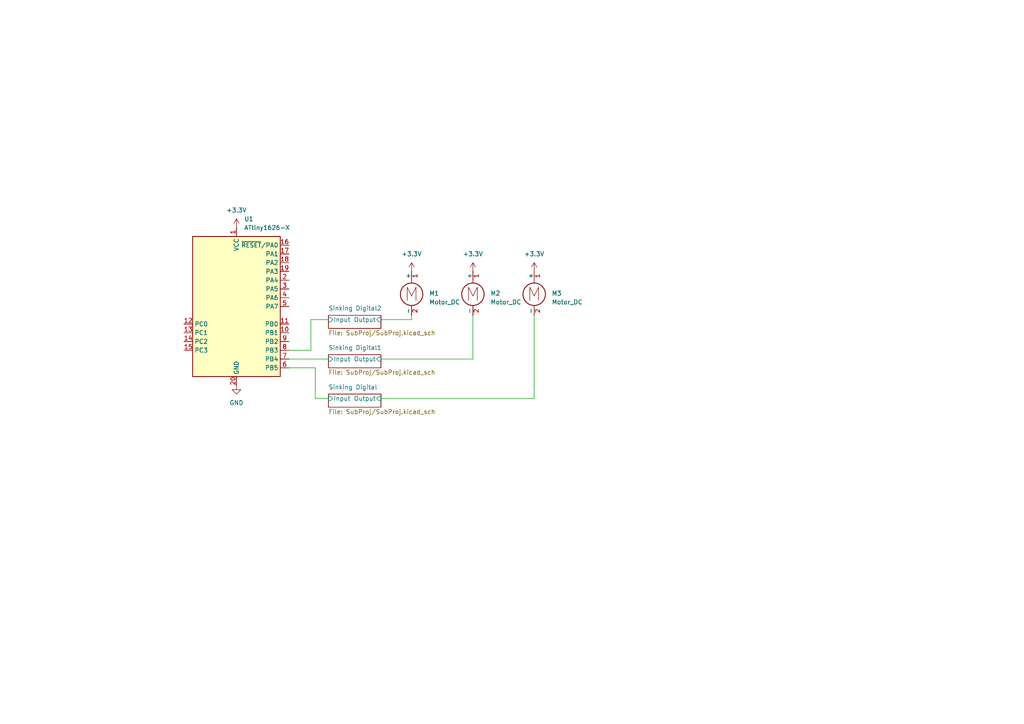
<source format=kicad_sch>
(kicad_sch (version 20231120) (generator "eeschema") (generator_version "8.0")
  (paper "A4")
  (lib_symbols
    (symbol "MCU_Microchip_ATtiny:ATtiny1626-X"
      (property "Reference" "U" (at -12.7 21.59 0))
      (property "Value" "ATtiny1626-X" (at 2.54 -21.59 0))
      (symbol "ATtiny1626-X_0_1"
        (rectangle (start -12.7 -20.32) (end 12.7 20.32) (stroke (width 0.254)) (fill (type background)))
      )
      (symbol "ATtiny1626-X_1_1"
        (pin power_in line (at 0 22.86 270) (length 2.54) (name "VCC") (number "1"))
        (pin bidirectional line (at 15.24 -7.62 180) (length 2.54) (name "PB1") (number "10"))
        (pin bidirectional line (at 15.24 -5.08 180) (length 2.54) (name "PB0") (number "11"))
        (pin bidirectional line (at -15.24 -5.08 0) (length 2.54) (name "PC0") (number "12"))
        (pin bidirectional line (at -15.24 -7.62 0) (length 2.54) (name "PC1") (number "13"))
        (pin bidirectional line (at -15.24 -10.16 0) (length 2.54) (name "PC2") (number "14"))
        (pin bidirectional line (at -15.24 -12.7 0) (length 2.54) (name "PC3") (number "15"))
        (pin bidirectional line (at 15.24 17.78 180) (length 2.54) (name "~{RESET}/PA0") (number "16"))
        (pin bidirectional line (at 15.24 15.24 180) (length 2.54) (name "PA1") (number "17"))
        (pin bidirectional line (at 15.24 12.7 180) (length 2.54) (name "PA2") (number "18"))
        (pin bidirectional line (at 15.24 10.16 180) (length 2.54) (name "PA3") (number "19"))
        (pin bidirectional line (at 15.24 7.62 180) (length 2.54) (name "PA4") (number "2"))
        (pin power_in line (at 0 -22.86 90) (length 2.54) (name "GND") (number "20"))
        (pin bidirectional line (at 15.24 5.08 180) (length 2.54) (name "PA5") (number "3"))
        (pin bidirectional line (at 15.24 2.54 180) (length 2.54) (name "PA6") (number "4"))
        (pin bidirectional line (at 15.24 0 180) (length 2.54) (name "PA7") (number "5"))
        (pin bidirectional line (at 15.24 -17.78 180) (length 2.54) (name "PB5") (number "6"))
        (pin bidirectional line (at 15.24 -15.24 180) (length 2.54) (name "PB4") (number "7"))
        (pin bidirectional line (at 15.24 -12.7 180) (length 2.54) (name "PB3") (number "8"))
        (pin bidirectional line (at 15.24 -10.16 180) (length 2.54) (name "PB2") (number "9"))
      )
    )
    (symbol "Motor:Motor_DC" (pin_names (offset 0))
      (property "Reference" "M" (at 2.54 2.54 0))
      (property "Value" "Motor_DC" (at 2.54 -5.08 0))
      (symbol "Motor_DC_0_0"
        (polyline (pts (xy -1.27 -3.302) (xy -1.27 0.508) (xy 0 -2.032) (xy 1.27 0.508) (xy 1.27 -3.302)))
      )
      (symbol "Motor_DC_0_1"
        (circle (center 0 -1.524) (radius 3.2512) (stroke (width 0.254)))
        (polyline (pts (xy 0 -7.62) (xy 0 -7.112)))
        (polyline (pts (xy 0 -4.7752) (xy 0 -5.1816)))
        (polyline (pts (xy 0 1.7272) (xy 0 2.0828)))
        (polyline (pts (xy 0 2.032) (xy 0 2.54)))
      )
      (symbol "Motor_DC_1_1"
        (pin passive line (at 0 5.08 270) (length 2.54) (name "+") (number "1"))
        (pin passive line (at 0 -7.62 90) (length 2.54) (name "-") (number "2"))
      )
    )
    (symbol "power:+3.3V" (power) (pin_numbers hide) (pin_names (offset 0) hide)
      (property "Value" "+3.3V" (at 0 3.556 0))
      (symbol "+3.3V_0_1"
        (polyline (pts (xy -0.762 1.27) (xy 0 2.54)))
        (polyline (pts (xy 0 0) (xy 0 2.54)))
        (polyline (pts (xy 0 2.54) (xy 0.762 1.27)))
      )
      (symbol "+3.3V_1_1"
        (pin power_in line (at 0 0 90) (length 0) (name "~") (number "1"))
      )
    )
    (symbol "power:GND" (power) (pin_numbers hide) (pin_names (offset 0) hide)
      (property "Value" "GND" (at 0 -3.81 0))
      (symbol "GND_0_1"
        (polyline (pts (xy 0 0) (xy 0 -1.27) (xy 1.27 -1.27) (xy 0 -2.54) (xy -1.27 -1.27) (xy 0 -1.27)))
      )
      (symbol "GND_1_1"
        (pin power_in line (at 0 0 270) (length 0) (name "~") (number "1"))
      )
    )
  )
  (wire (pts (xy 137.16 104.14) (xy 110.49 104.14)))
  (wire (pts (xy 83.82 104.14) (xy 95.25 104.14)))
  (wire (pts (xy 119.38 92.71) (xy 110.49 92.71)))
  (wire (pts (xy 90.17 92.71) (xy 90.17 101.6)))
  (wire (pts (xy 154.94 115.57) (xy 110.49 115.57)))
  (wire (pts (xy 154.94 91.44) (xy 154.94 115.57)))
  (wire (pts (xy 91.44 115.57) (xy 91.44 106.68)))
  (wire (pts (xy 137.16 91.44) (xy 137.16 104.14)))
  (wire (pts (xy 119.38 91.44) (xy 119.38 92.71)))
  (wire (pts (xy 95.25 92.71) (xy 90.17 92.71)))
  (wire (pts (xy 95.25 115.57) (xy 91.44 115.57)))
  (wire (pts (xy 91.44 106.68) (xy 83.82 106.68)))
  (wire (pts (xy 90.17 101.6) (xy 83.82 101.6)))
  (symbol (lib_id "power:GND") (at 68.58 111.76 0) (unit 1)
    (property "Reference" "#PWR02" (effects (hide yes)))
    (property "Value" "GND" (at 68.58 116.84 0))
    (property "Description" "Power symbol creates a global label with name \"GND\" , ground" (effects (hide yes)))
  )
  (symbol (lib_id "Motor:Motor_DC") (at 137.16 83.82 0) (unit 1)
    (property "Reference" "M2" (at 142.24 85.0899 0) (effects (justify left)))
    (property "Value" "Motor_DC" (at 142.24 87.6299 0) (effects (justify left)))
    (property "Footprint" "Connector_PinSocket_2.54mm:PinSocket_1x02_P2.54mm_Vertical" (effects (hide yes)))
    (property "Description" "DC Motor" (effects (hide yes)))
  )
  (symbol (lib_id "power:+3.3V") (at 68.58 66.04 0) (unit 1)
    (property "Reference" "#PWR01" (effects (hide yes)))
    (property "Value" "+3.3V" (at 68.58 60.96 0))
    (property "Description" "Power symbol creates a global label with name \"+3.3V\"" (effects (hide yes)))
  )
  (symbol (lib_id "Motor:Motor_DC") (at 154.94 83.82 0) (unit 1)
    (property "Reference" "M3" (at 160.02 85.0899 0) (effects (justify left)))
    (property "Value" "Motor_DC" (at 160.02 87.6299 0) (effects (justify left)))
    (property "Footprint" "Connector_PinSocket_2.54mm:PinSocket_1x02_P2.54mm_Vertical" (effects (hide yes)))
    (property "Description" "DC Motor" (effects (hide yes)))
  )
  (symbol (lib_id "power:+3.3V") (at 119.38 78.74 0) (unit 1)
    (property "Reference" "#PWR03" (effects (hide yes)))
    (property "Value" "+3.3V" (at 119.38 73.66 0))
    (property "Description" "Power symbol creates a global label with name \"+3.3V\"" (effects (hide yes)))
  )
  (symbol (lib_id "Motor:Motor_DC") (at 119.38 83.82 0) (unit 1)
    (property "Reference" "M1" (at 124.46 85.0899 0) (effects (justify left)))
    (property "Value" "Motor_DC" (at 124.46 87.6299 0) (effects (justify left)))
    (property "Footprint" "Connector_PinSocket_2.54mm:PinSocket_1x02_P2.54mm_Vertical" (effects (hide yes)))
    (property "Description" "DC Motor" (effects (hide yes)))
  )
  (symbol (lib_id "MCU_Microchip_ATtiny:ATtiny1626-X") (at 68.58 88.9 0) (unit 1)
    (property "Reference" "U1" (at 70.7741 63.5 0) (effects (justify left)))
    (property "Value" "ATtiny1626-X" (at 70.7741 66.04 0) (effects (justify left)))
    (property "Footprint" "Package_SO:SSOP-20_5.3x7.2mm_P0.65mm" (effects (hide yes)))
    (property "Datasheet" "https://ww1.microchip.com/downloads/en/DeviceDoc/ATtiny1624-26-27-DataSheet-DS40002234A.pdf" (effects (hide yes)))
    (property "Description" "20MHz, 16kB Flash, 2kB SRAM, 256B EEPROM, SSOP-20" (effects (hide yes)))
  )
  (symbol (lib_id "power:+3.3V") (at 154.94 78.74 0) (unit 1)
    (property "Reference" "#PWR05" (effects (hide yes)))
    (property "Value" "+3.3V" (at 154.94 73.66 0))
    (property "Description" "Power symbol creates a global label with name \"+3.3V\"" (effects (hide yes)))
  )
  (symbol (lib_id "power:+3.3V") (at 137.16 78.74 0) (unit 1)
    (property "Reference" "#PWR04" (effects (hide yes)))
    (property "Value" "+3.3V" (at 137.16 73.66 0))
    (property "Description" "Power symbol creates a global label with name \"+3.3V\"" (effects (hide yes)))
  )
  (sheet (at 95.25 114.3) (size 15.24 3.81) (stroke (width 0.1524))
    (property "Sheetname" "Sinking Digital" (at 95.25 113.03 0) (effects (justify left bottom)))
    (property "Sheetfile" "SubProj/SubProj.kicad_sch" (at 95.25 118.6946 0) (effects (justify left top)))
    (pin "Input" input (at 95.25 115.57 180))
    (pin "Output" input (at 110.49 115.57 0))
  )
  (sheet (at 95.25 91.44) (size 15.24 3.81) (stroke (width 0.1524))
    (property "Sheetname" "Sinking Digital2" (at 95.25 90.17 0) (effects (justify left bottom)))
    (property "Sheetfile" "SubProj/SubProj.kicad_sch" (at 95.25 95.8346 0) (effects (justify left top)))
    (pin "Input" input (at 95.25 92.71 180))
    (pin "Output" input (at 110.49 92.71 0))
  )
  (sheet (at 95.25 102.87) (size 15.24 3.81) (stroke (width 0.1524))
    (property "Sheetname" "Sinking Digital1" (at 95.25 101.6 0) (effects (justify left bottom)))
    (property "Sheetfile" "SubProj/SubProj.kicad_sch" (at 95.25 107.2646 0) (effects (justify left top)))
    (pin "Input" input (at 95.25 104.14 180))
    (pin "Output" input (at 110.49 104.14 0))
  )
)
</source>
